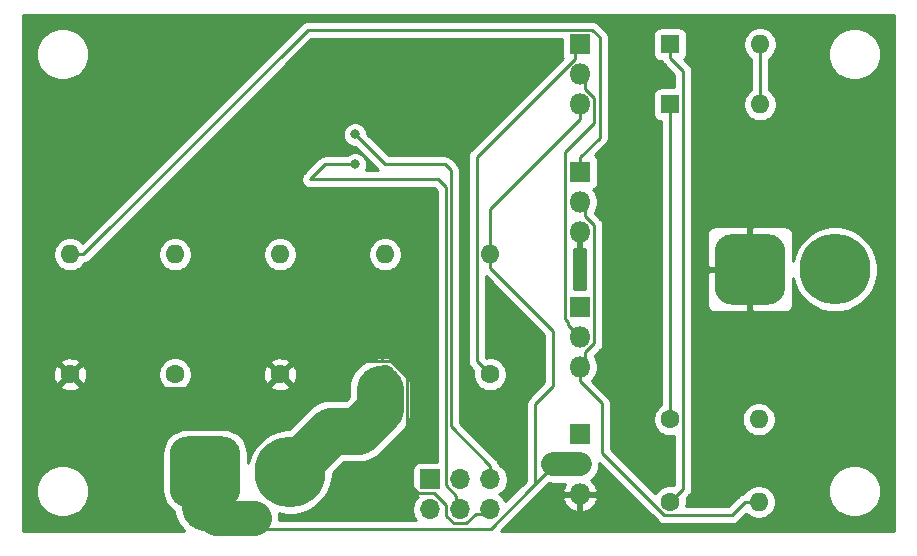
<source format=gbl>
G04 #@! TF.GenerationSoftware,KiCad,Pcbnew,(5.1.10)-1*
G04 #@! TF.CreationDate,2022-12-18T22:04:33+09:00*
G04 #@! TF.ProjectId,MD,4d442e6b-6963-4616-945f-706362585858,rev?*
G04 #@! TF.SameCoordinates,PX2faf080PY2625a00*
G04 #@! TF.FileFunction,Copper,L2,Bot*
G04 #@! TF.FilePolarity,Positive*
%FSLAX46Y46*%
G04 Gerber Fmt 4.6, Leading zero omitted, Abs format (unit mm)*
G04 Created by KiCad (PCBNEW (5.1.10)-1) date 2022-12-18 22:04:33*
%MOMM*%
%LPD*%
G01*
G04 APERTURE LIST*
G04 #@! TA.AperFunction,ComponentPad*
%ADD10C,1.600000*%
G04 #@! TD*
G04 #@! TA.AperFunction,ComponentPad*
%ADD11O,1.600000X1.600000*%
G04 #@! TD*
G04 #@! TA.AperFunction,ComponentPad*
%ADD12R,1.600000X1.600000*%
G04 #@! TD*
G04 #@! TA.AperFunction,ComponentPad*
%ADD13R,1.700000X1.700000*%
G04 #@! TD*
G04 #@! TA.AperFunction,ComponentPad*
%ADD14O,1.700000X1.700000*%
G04 #@! TD*
G04 #@! TA.AperFunction,ComponentPad*
%ADD15R,1.800000X1.800000*%
G04 #@! TD*
G04 #@! TA.AperFunction,ComponentPad*
%ADD16O,1.800000X1.800000*%
G04 #@! TD*
G04 #@! TA.AperFunction,ComponentPad*
%ADD17C,6.000000*%
G04 #@! TD*
G04 #@! TA.AperFunction,ViaPad*
%ADD18C,0.800000*%
G04 #@! TD*
G04 #@! TA.AperFunction,Conductor*
%ADD19C,0.250000*%
G04 #@! TD*
G04 #@! TA.AperFunction,Conductor*
%ADD20C,4.000000*%
G04 #@! TD*
G04 #@! TA.AperFunction,Conductor*
%ADD21C,3.000000*%
G04 #@! TD*
G04 #@! TA.AperFunction,Conductor*
%ADD22C,2.000000*%
G04 #@! TD*
G04 #@! TA.AperFunction,Conductor*
%ADD23C,0.254000*%
G04 #@! TD*
G04 #@! TA.AperFunction,Conductor*
%ADD24C,0.100000*%
G04 #@! TD*
G04 APERTURE END LIST*
D10*
X55410000Y-34930000D03*
D11*
X62910000Y-34930000D03*
X62910000Y-41915000D03*
D10*
X55410000Y-41915000D03*
D12*
X55410000Y-3180000D03*
D11*
X63030000Y-3180000D03*
X63030000Y-8260000D03*
D12*
X55410000Y-8260000D03*
D13*
X35090000Y-40010000D03*
D14*
X35090000Y-42550000D03*
X37630000Y-40010000D03*
X37630000Y-42550000D03*
X40170000Y-40010000D03*
X40170000Y-42550000D03*
D15*
X47790000Y-36200000D03*
D16*
X47790000Y-38740000D03*
X47790000Y-41280000D03*
D15*
X47790000Y-25405000D03*
D16*
X47790000Y-27945000D03*
X47790000Y-30485000D03*
X47790000Y-19055000D03*
X47790000Y-16515000D03*
D15*
X47790000Y-13975000D03*
D16*
X47790000Y-8260000D03*
X47790000Y-5720000D03*
D15*
X47790000Y-3180000D03*
D10*
X4610000Y-31120000D03*
D11*
X4610000Y-20960000D03*
X13500000Y-20960000D03*
D10*
X13500000Y-31120000D03*
X22390000Y-31120000D03*
D11*
X22390000Y-20960000D03*
X31280000Y-20960000D03*
D10*
X31280000Y-31120000D03*
X40170000Y-31120000D03*
D11*
X40170000Y-20960000D03*
D17*
X69380000Y-22230000D03*
G04 #@! TA.AperFunction,ComponentPad*
G36*
G01*
X59180000Y-23730000D02*
X59180000Y-20730000D01*
G75*
G02*
X60680000Y-19230000I1500000J0D01*
G01*
X63680000Y-19230000D01*
G75*
G02*
X65180000Y-20730000I0J-1500000D01*
G01*
X65180000Y-23730000D01*
G75*
G02*
X63680000Y-25230000I-1500000J0D01*
G01*
X60680000Y-25230000D01*
G75*
G02*
X59180000Y-23730000I0J1500000D01*
G01*
G37*
G04 #@! TD.AperFunction*
X23240000Y-39375000D03*
G04 #@! TA.AperFunction,ComponentPad*
G36*
G01*
X13040000Y-40875000D02*
X13040000Y-37875000D01*
G75*
G02*
X14540000Y-36375000I1500000J0D01*
G01*
X17540000Y-36375000D01*
G75*
G02*
X19040000Y-37875000I0J-1500000D01*
G01*
X19040000Y-40875000D01*
G75*
G02*
X17540000Y-42375000I-1500000J0D01*
G01*
X14540000Y-42375000D01*
G75*
G02*
X13040000Y-40875000I0J1500000D01*
G01*
G37*
G04 #@! TD.AperFunction*
D18*
X28740000Y-13340000D03*
X28740000Y-10800000D03*
X71158000Y-13086000D03*
X68872000Y-13086000D03*
X66586000Y-13086000D03*
D19*
X55410000Y-8260000D02*
X55410000Y-9385300D01*
X55410000Y-9385300D02*
X55410000Y-34930000D01*
X40170000Y-20960000D02*
X40170000Y-17105300D01*
X40170000Y-17105300D02*
X47790000Y-9485300D01*
X47790000Y-8260000D02*
X47790000Y-9485300D01*
X45541300Y-38740000D02*
X45541300Y-38867900D01*
X43980000Y-33660000D02*
X43980000Y-40429200D01*
X45541300Y-32098700D02*
X43980000Y-33660000D01*
X45541300Y-27456600D02*
X45541300Y-32098700D01*
X40170000Y-22085300D02*
X45541300Y-27456600D01*
X40170000Y-20960000D02*
X40170000Y-22085300D01*
X43554600Y-40854600D02*
X40222700Y-44186500D01*
X43980000Y-40429200D02*
X43554600Y-40854600D01*
X45541300Y-38867900D02*
X43554600Y-40854600D01*
D20*
X16040000Y-39375000D02*
X16040000Y-42375000D01*
D21*
X16939990Y-43274990D02*
X20183988Y-43274990D01*
X16040000Y-42375000D02*
X16939990Y-43274990D01*
D19*
X40222700Y-44186500D02*
X20851500Y-44186500D01*
D22*
X47790000Y-38740000D02*
X45541300Y-38740000D01*
D19*
X61784700Y-41915000D02*
X60659400Y-43040300D01*
X60659400Y-43040300D02*
X54926900Y-43040300D01*
X54926900Y-43040300D02*
X49652200Y-37765600D01*
X49652200Y-37765600D02*
X49652200Y-33572500D01*
X49652200Y-33572500D02*
X47790000Y-31710300D01*
X62910000Y-41915000D02*
X61784700Y-41915000D01*
X47790000Y-30485000D02*
X47790000Y-31710300D01*
X31280000Y-31335000D02*
X31280000Y-31120000D01*
X48249500Y-17740300D02*
X48249500Y-16974500D01*
X49015300Y-18506100D02*
X48249500Y-17740300D01*
X49015300Y-28494000D02*
X49015300Y-18506100D01*
X48249500Y-16974500D02*
X47790000Y-16515000D01*
X48249600Y-29259700D02*
X49015300Y-28494000D01*
X48249600Y-30025400D02*
X47790000Y-30485000D01*
X48249600Y-29259700D02*
X48249600Y-30025400D01*
D20*
X23240000Y-39375000D02*
X26708000Y-35907000D01*
X26708000Y-35907000D02*
X29033000Y-35907000D01*
X30850790Y-34089210D02*
X30850790Y-32337750D01*
X29033000Y-35907000D02*
X30850790Y-34089210D01*
D19*
X55410000Y-3180000D02*
X55410000Y-4305300D01*
X55410000Y-4305300D02*
X56539500Y-5434800D01*
X56539500Y-5434800D02*
X56539500Y-40785500D01*
X56539500Y-40785500D02*
X55410000Y-41915000D01*
X63030000Y-8260000D02*
X63030000Y-3180000D01*
X36407700Y-40519700D02*
X37262700Y-41374700D01*
X36407700Y-15640300D02*
X36407700Y-40519700D01*
X37262700Y-42182700D02*
X37630000Y-42550000D01*
X37262700Y-41374700D02*
X37262700Y-42182700D01*
X36407700Y-15640300D02*
X36407700Y-15251010D01*
X36407700Y-15251010D02*
X35766690Y-14610000D01*
X35766690Y-14610000D02*
X35090000Y-14610000D01*
X35090000Y-14610000D02*
X33820000Y-14610000D01*
X33820000Y-14610000D02*
X32550000Y-14610000D01*
X32550000Y-14610000D02*
X31280000Y-14610000D01*
X31280000Y-14610000D02*
X26200000Y-14610000D01*
X26200000Y-14610000D02*
X24930000Y-14610000D01*
X24930000Y-14610000D02*
X26200000Y-13340000D01*
X26200000Y-13340000D02*
X28740000Y-13340000D01*
X40170000Y-40010000D02*
X40170000Y-38834700D01*
X36858100Y-15065000D02*
X36858100Y-35522800D01*
X36858100Y-35522800D02*
X40170000Y-38834700D01*
X36858100Y-15065000D02*
X36858100Y-13838100D01*
X36858100Y-13838100D02*
X36360000Y-13340000D01*
X36360000Y-13340000D02*
X31280000Y-13340000D01*
X31280000Y-13340000D02*
X28740000Y-10800000D01*
X22390000Y-31120000D02*
X21261600Y-32248400D01*
X21261600Y-32248400D02*
X5738400Y-32248400D01*
X5738400Y-32248400D02*
X4610000Y-31120000D01*
X38994700Y-42922300D02*
X38180800Y-43736200D01*
X38180800Y-43736200D02*
X37100500Y-43736200D01*
X37100500Y-43736200D02*
X36454600Y-43090300D01*
X36454600Y-43090300D02*
X36454600Y-42190400D01*
X36454600Y-42190400D02*
X35449600Y-41185400D01*
X35449600Y-41185400D02*
X34100400Y-41185400D01*
X34100400Y-41185400D02*
X33175800Y-40260800D01*
X33175800Y-40260800D02*
X33175800Y-31374700D01*
X33175800Y-31374700D02*
X31767900Y-29966800D01*
X31767900Y-29966800D02*
X23543200Y-29966800D01*
X23543200Y-29966800D02*
X22390000Y-31120000D01*
X39797700Y-42922300D02*
X40170000Y-42550000D01*
X38994700Y-42922300D02*
X39797700Y-42922300D01*
X46794400Y-26719700D02*
X46535500Y-26460800D01*
X46535500Y-26460800D02*
X46535500Y-12307400D01*
X46535500Y-12307400D02*
X49015300Y-9827600D01*
X49015300Y-9827600D02*
X49015300Y-7711000D01*
X49015300Y-7711000D02*
X48249600Y-6945300D01*
X48249600Y-6179600D02*
X47790000Y-5720000D01*
X48249600Y-6945300D02*
X48249600Y-6179600D01*
X46794400Y-26949400D02*
X47790000Y-27945000D01*
X46794400Y-26719700D02*
X46794400Y-26949400D01*
X47790000Y-13975000D02*
X47790000Y-12749700D01*
X4610000Y-20960000D02*
X5735300Y-20960000D01*
X5735300Y-20960000D02*
X24740700Y-1954600D01*
X24740700Y-1954600D02*
X48824800Y-1954600D01*
X48824800Y-1954600D02*
X49465700Y-2595500D01*
X49465700Y-2595500D02*
X49465700Y-11074000D01*
X49465700Y-11074000D02*
X47790000Y-12749700D01*
X40170000Y-31120000D02*
X39041100Y-29991100D01*
X39041100Y-29991100D02*
X39041100Y-12694700D01*
X39041100Y-12694700D02*
X47330500Y-4405300D01*
X47330500Y-3639500D02*
X47790000Y-3180000D01*
X47330500Y-4405300D02*
X47330500Y-3639500D01*
D23*
X74340000Y-44340000D02*
X41144001Y-44340000D01*
X43839260Y-41644741D01*
X46298959Y-41644741D01*
X46398766Y-41928620D01*
X46552038Y-42187573D01*
X46752884Y-42411649D01*
X46993586Y-42592236D01*
X47264893Y-42722394D01*
X47425260Y-42771036D01*
X47663000Y-42650378D01*
X47663000Y-41407000D01*
X47917000Y-41407000D01*
X47917000Y-42650378D01*
X48154740Y-42771036D01*
X48315107Y-42722394D01*
X48586414Y-42592236D01*
X48827116Y-42411649D01*
X49027962Y-42187573D01*
X49181234Y-41928620D01*
X49281041Y-41644741D01*
X49160992Y-41407000D01*
X47917000Y-41407000D01*
X47663000Y-41407000D01*
X46419008Y-41407000D01*
X46298959Y-41644741D01*
X43839260Y-41644741D01*
X44118399Y-41365603D01*
X44118403Y-41365598D01*
X44491002Y-40993000D01*
X44520001Y-40969201D01*
X44543803Y-40940199D01*
X45153169Y-40330832D01*
X45220784Y-40351343D01*
X45460978Y-40375000D01*
X46550515Y-40375000D01*
X46398766Y-40631380D01*
X46298959Y-40915259D01*
X46419008Y-41153000D01*
X47663000Y-41153000D01*
X47663000Y-41133000D01*
X47917000Y-41133000D01*
X47917000Y-41153000D01*
X49160992Y-41153000D01*
X49281041Y-40915259D01*
X49181234Y-40631380D01*
X49027962Y-40372427D01*
X48827116Y-40148351D01*
X48735207Y-40079396D01*
X48951714Y-39901714D01*
X49156031Y-39652752D01*
X49307852Y-39368715D01*
X49401343Y-39060516D01*
X49432911Y-38740000D01*
X49419922Y-38608123D01*
X54363101Y-43551303D01*
X54386899Y-43580301D01*
X54502624Y-43675274D01*
X54634653Y-43745846D01*
X54777914Y-43789303D01*
X54889567Y-43800300D01*
X54889576Y-43800300D01*
X54926899Y-43803976D01*
X54964222Y-43800300D01*
X60622078Y-43800300D01*
X60659400Y-43803976D01*
X60696722Y-43800300D01*
X60696733Y-43800300D01*
X60808386Y-43789303D01*
X60951647Y-43745846D01*
X61083676Y-43675274D01*
X61199401Y-43580301D01*
X61223204Y-43551298D01*
X61870053Y-42904449D01*
X61995241Y-43029637D01*
X62230273Y-43186680D01*
X62491426Y-43294853D01*
X62768665Y-43350000D01*
X63051335Y-43350000D01*
X63328574Y-43294853D01*
X63589727Y-43186680D01*
X63824759Y-43029637D01*
X64024637Y-42829759D01*
X64181680Y-42594727D01*
X64289853Y-42333574D01*
X64345000Y-42056335D01*
X64345000Y-41773665D01*
X64289853Y-41496426D01*
X64181680Y-41235273D01*
X64024637Y-41000241D01*
X63824759Y-40800363D01*
X63794092Y-40779872D01*
X68765000Y-40779872D01*
X68765000Y-41220128D01*
X68850890Y-41651925D01*
X69019369Y-42058669D01*
X69263962Y-42424729D01*
X69575271Y-42736038D01*
X69941331Y-42980631D01*
X70348075Y-43149110D01*
X70779872Y-43235000D01*
X71220128Y-43235000D01*
X71651925Y-43149110D01*
X72058669Y-42980631D01*
X72424729Y-42736038D01*
X72736038Y-42424729D01*
X72980631Y-42058669D01*
X73149110Y-41651925D01*
X73235000Y-41220128D01*
X73235000Y-40779872D01*
X73149110Y-40348075D01*
X72980631Y-39941331D01*
X72736038Y-39575271D01*
X72424729Y-39263962D01*
X72058669Y-39019369D01*
X71651925Y-38850890D01*
X71220128Y-38765000D01*
X70779872Y-38765000D01*
X70348075Y-38850890D01*
X69941331Y-39019369D01*
X69575271Y-39263962D01*
X69263962Y-39575271D01*
X69019369Y-39941331D01*
X68850890Y-40348075D01*
X68765000Y-40779872D01*
X63794092Y-40779872D01*
X63589727Y-40643320D01*
X63328574Y-40535147D01*
X63051335Y-40480000D01*
X62768665Y-40480000D01*
X62491426Y-40535147D01*
X62230273Y-40643320D01*
X61995241Y-40800363D01*
X61795363Y-41000241D01*
X61688053Y-41160842D01*
X61635714Y-41165997D01*
X61492453Y-41209454D01*
X61360424Y-41280026D01*
X61244699Y-41374999D01*
X61220901Y-41403997D01*
X60344599Y-42280300D01*
X56800450Y-42280300D01*
X56845000Y-42056335D01*
X56845000Y-41773665D01*
X56808688Y-41591114D01*
X57050503Y-41349299D01*
X57079501Y-41325501D01*
X57174474Y-41209776D01*
X57245046Y-41077747D01*
X57288503Y-40934486D01*
X57299500Y-40822833D01*
X57299500Y-40822824D01*
X57303176Y-40785501D01*
X57299500Y-40748178D01*
X57299500Y-34788665D01*
X61475000Y-34788665D01*
X61475000Y-35071335D01*
X61530147Y-35348574D01*
X61638320Y-35609727D01*
X61795363Y-35844759D01*
X61995241Y-36044637D01*
X62230273Y-36201680D01*
X62491426Y-36309853D01*
X62768665Y-36365000D01*
X63051335Y-36365000D01*
X63328574Y-36309853D01*
X63589727Y-36201680D01*
X63824759Y-36044637D01*
X64024637Y-35844759D01*
X64181680Y-35609727D01*
X64289853Y-35348574D01*
X64345000Y-35071335D01*
X64345000Y-34788665D01*
X64289853Y-34511426D01*
X64181680Y-34250273D01*
X64024637Y-34015241D01*
X63824759Y-33815363D01*
X63589727Y-33658320D01*
X63328574Y-33550147D01*
X63051335Y-33495000D01*
X62768665Y-33495000D01*
X62491426Y-33550147D01*
X62230273Y-33658320D01*
X61995241Y-33815363D01*
X61795363Y-34015241D01*
X61638320Y-34250273D01*
X61530147Y-34511426D01*
X61475000Y-34788665D01*
X57299500Y-34788665D01*
X57299500Y-25230000D01*
X58541928Y-25230000D01*
X58554188Y-25354482D01*
X58590498Y-25474180D01*
X58649463Y-25584494D01*
X58728815Y-25681185D01*
X58825506Y-25760537D01*
X58935820Y-25819502D01*
X59055518Y-25855812D01*
X59180000Y-25868072D01*
X61894250Y-25865000D01*
X62053000Y-25706250D01*
X62053000Y-22357000D01*
X58703750Y-22357000D01*
X58545000Y-22515750D01*
X58541928Y-25230000D01*
X57299500Y-25230000D01*
X57299500Y-19230000D01*
X58541928Y-19230000D01*
X58545000Y-21944250D01*
X58703750Y-22103000D01*
X62053000Y-22103000D01*
X62053000Y-18753750D01*
X62307000Y-18753750D01*
X62307000Y-22103000D01*
X62327000Y-22103000D01*
X62327000Y-22357000D01*
X62307000Y-22357000D01*
X62307000Y-25706250D01*
X62465750Y-25865000D01*
X65180000Y-25868072D01*
X65304482Y-25855812D01*
X65424180Y-25819502D01*
X65534494Y-25760537D01*
X65631185Y-25681185D01*
X65710537Y-25584494D01*
X65769502Y-25474180D01*
X65805812Y-25354482D01*
X65818072Y-25230000D01*
X65815483Y-22942357D01*
X65884691Y-23290290D01*
X66158705Y-23951818D01*
X66556511Y-24547177D01*
X67062823Y-25053489D01*
X67658182Y-25451295D01*
X68319710Y-25725309D01*
X69021984Y-25865000D01*
X69738016Y-25865000D01*
X70440290Y-25725309D01*
X71101818Y-25451295D01*
X71697177Y-25053489D01*
X72203489Y-24547177D01*
X72601295Y-23951818D01*
X72875309Y-23290290D01*
X73015000Y-22588016D01*
X73015000Y-21871984D01*
X72875309Y-21169710D01*
X72601295Y-20508182D01*
X72203489Y-19912823D01*
X71697177Y-19406511D01*
X71101818Y-19008705D01*
X70440290Y-18734691D01*
X69738016Y-18595000D01*
X69021984Y-18595000D01*
X68319710Y-18734691D01*
X67658182Y-19008705D01*
X67062823Y-19406511D01*
X66556511Y-19912823D01*
X66158705Y-20508182D01*
X65884691Y-21169710D01*
X65815483Y-21517643D01*
X65818072Y-19230000D01*
X65805812Y-19105518D01*
X65769502Y-18985820D01*
X65710537Y-18875506D01*
X65631185Y-18778815D01*
X65534494Y-18699463D01*
X65424180Y-18640498D01*
X65304482Y-18604188D01*
X65180000Y-18591928D01*
X62465750Y-18595000D01*
X62307000Y-18753750D01*
X62053000Y-18753750D01*
X61894250Y-18595000D01*
X59180000Y-18591928D01*
X59055518Y-18604188D01*
X58935820Y-18640498D01*
X58825506Y-18699463D01*
X58728815Y-18778815D01*
X58649463Y-18875506D01*
X58590498Y-18985820D01*
X58554188Y-19105518D01*
X58541928Y-19230000D01*
X57299500Y-19230000D01*
X57299500Y-5472122D01*
X57303176Y-5434799D01*
X57299500Y-5397476D01*
X57299500Y-5397467D01*
X57288503Y-5285814D01*
X57245046Y-5142553D01*
X57174474Y-5010524D01*
X57079501Y-4894799D01*
X57050504Y-4871002D01*
X56633449Y-4453947D01*
X56661185Y-4431185D01*
X56740537Y-4334494D01*
X56799502Y-4224180D01*
X56835812Y-4104482D01*
X56848072Y-3980000D01*
X56848072Y-3038665D01*
X61595000Y-3038665D01*
X61595000Y-3321335D01*
X61650147Y-3598574D01*
X61758320Y-3859727D01*
X61915363Y-4094759D01*
X62115241Y-4294637D01*
X62270001Y-4398044D01*
X62270000Y-7041956D01*
X62115241Y-7145363D01*
X61915363Y-7345241D01*
X61758320Y-7580273D01*
X61650147Y-7841426D01*
X61595000Y-8118665D01*
X61595000Y-8401335D01*
X61650147Y-8678574D01*
X61758320Y-8939727D01*
X61915363Y-9174759D01*
X62115241Y-9374637D01*
X62350273Y-9531680D01*
X62611426Y-9639853D01*
X62888665Y-9695000D01*
X63171335Y-9695000D01*
X63448574Y-9639853D01*
X63709727Y-9531680D01*
X63944759Y-9374637D01*
X64144637Y-9174759D01*
X64301680Y-8939727D01*
X64409853Y-8678574D01*
X64465000Y-8401335D01*
X64465000Y-8118665D01*
X64409853Y-7841426D01*
X64301680Y-7580273D01*
X64144637Y-7345241D01*
X63944759Y-7145363D01*
X63790000Y-7041957D01*
X63790000Y-4398043D01*
X63944759Y-4294637D01*
X64144637Y-4094759D01*
X64301680Y-3859727D01*
X64334756Y-3779872D01*
X68765000Y-3779872D01*
X68765000Y-4220128D01*
X68850890Y-4651925D01*
X69019369Y-5058669D01*
X69263962Y-5424729D01*
X69575271Y-5736038D01*
X69941331Y-5980631D01*
X70348075Y-6149110D01*
X70779872Y-6235000D01*
X71220128Y-6235000D01*
X71651925Y-6149110D01*
X72058669Y-5980631D01*
X72424729Y-5736038D01*
X72736038Y-5424729D01*
X72980631Y-5058669D01*
X73149110Y-4651925D01*
X73235000Y-4220128D01*
X73235000Y-3779872D01*
X73149110Y-3348075D01*
X72980631Y-2941331D01*
X72736038Y-2575271D01*
X72424729Y-2263962D01*
X72058669Y-2019369D01*
X71651925Y-1850890D01*
X71220128Y-1765000D01*
X70779872Y-1765000D01*
X70348075Y-1850890D01*
X69941331Y-2019369D01*
X69575271Y-2263962D01*
X69263962Y-2575271D01*
X69019369Y-2941331D01*
X68850890Y-3348075D01*
X68765000Y-3779872D01*
X64334756Y-3779872D01*
X64409853Y-3598574D01*
X64465000Y-3321335D01*
X64465000Y-3038665D01*
X64409853Y-2761426D01*
X64301680Y-2500273D01*
X64144637Y-2265241D01*
X63944759Y-2065363D01*
X63709727Y-1908320D01*
X63448574Y-1800147D01*
X63171335Y-1745000D01*
X62888665Y-1745000D01*
X62611426Y-1800147D01*
X62350273Y-1908320D01*
X62115241Y-2065363D01*
X61915363Y-2265241D01*
X61758320Y-2500273D01*
X61650147Y-2761426D01*
X61595000Y-3038665D01*
X56848072Y-3038665D01*
X56848072Y-2380000D01*
X56835812Y-2255518D01*
X56799502Y-2135820D01*
X56740537Y-2025506D01*
X56661185Y-1928815D01*
X56564494Y-1849463D01*
X56454180Y-1790498D01*
X56334482Y-1754188D01*
X56210000Y-1741928D01*
X54610000Y-1741928D01*
X54485518Y-1754188D01*
X54365820Y-1790498D01*
X54255506Y-1849463D01*
X54158815Y-1928815D01*
X54079463Y-2025506D01*
X54020498Y-2135820D01*
X53984188Y-2255518D01*
X53971928Y-2380000D01*
X53971928Y-3980000D01*
X53984188Y-4104482D01*
X54020498Y-4224180D01*
X54079463Y-4334494D01*
X54158815Y-4431185D01*
X54255506Y-4510537D01*
X54365820Y-4569502D01*
X54485518Y-4605812D01*
X54610000Y-4618072D01*
X54715425Y-4618072D01*
X54775026Y-4729576D01*
X54846201Y-4816302D01*
X54870000Y-4845301D01*
X54898998Y-4869099D01*
X55779500Y-5749602D01*
X55779500Y-6821928D01*
X54610000Y-6821928D01*
X54485518Y-6834188D01*
X54365820Y-6870498D01*
X54255506Y-6929463D01*
X54158815Y-7008815D01*
X54079463Y-7105506D01*
X54020498Y-7215820D01*
X53984188Y-7335518D01*
X53971928Y-7460000D01*
X53971928Y-9060000D01*
X53984188Y-9184482D01*
X54020498Y-9304180D01*
X54079463Y-9414494D01*
X54158815Y-9511185D01*
X54255506Y-9590537D01*
X54365820Y-9649502D01*
X54485518Y-9685812D01*
X54610000Y-9698072D01*
X54650000Y-9698072D01*
X54650001Y-33711956D01*
X54495241Y-33815363D01*
X54295363Y-34015241D01*
X54138320Y-34250273D01*
X54030147Y-34511426D01*
X53975000Y-34788665D01*
X53975000Y-35071335D01*
X54030147Y-35348574D01*
X54138320Y-35609727D01*
X54295363Y-35844759D01*
X54495241Y-36044637D01*
X54730273Y-36201680D01*
X54991426Y-36309853D01*
X55268665Y-36365000D01*
X55551335Y-36365000D01*
X55779501Y-36319614D01*
X55779501Y-40470697D01*
X55733886Y-40516312D01*
X55551335Y-40480000D01*
X55268665Y-40480000D01*
X54991426Y-40535147D01*
X54730273Y-40643320D01*
X54495241Y-40800363D01*
X54295363Y-41000241D01*
X54161694Y-41200292D01*
X50412200Y-37450799D01*
X50412200Y-33609822D01*
X50415876Y-33572499D01*
X50412200Y-33535176D01*
X50412200Y-33535167D01*
X50401203Y-33423514D01*
X50357746Y-33280253D01*
X50287174Y-33148224D01*
X50264010Y-33119999D01*
X50215999Y-33061496D01*
X50215995Y-33061492D01*
X50192201Y-33032499D01*
X50163208Y-33008705D01*
X48800159Y-31645658D01*
X48982312Y-31463505D01*
X49150299Y-31212095D01*
X49266011Y-30932743D01*
X49325000Y-30636184D01*
X49325000Y-30333816D01*
X49266011Y-30037257D01*
X49150299Y-29757905D01*
X49020482Y-29563620D01*
X49526304Y-29057798D01*
X49555301Y-29034001D01*
X49650274Y-28918276D01*
X49720846Y-28786247D01*
X49764303Y-28642986D01*
X49775300Y-28531333D01*
X49775300Y-28531324D01*
X49778976Y-28494001D01*
X49775300Y-28456678D01*
X49775300Y-18543425D01*
X49778976Y-18506100D01*
X49775300Y-18468775D01*
X49775300Y-18468767D01*
X49764303Y-18357114D01*
X49720846Y-18213853D01*
X49650274Y-18081824D01*
X49555301Y-17966099D01*
X49526302Y-17942301D01*
X49020442Y-17436440D01*
X49150299Y-17242095D01*
X49266011Y-16962743D01*
X49325000Y-16666184D01*
X49325000Y-16363816D01*
X49266011Y-16067257D01*
X49150299Y-15787905D01*
X48982312Y-15536495D01*
X48915873Y-15470056D01*
X48934180Y-15464502D01*
X49044494Y-15405537D01*
X49141185Y-15326185D01*
X49220537Y-15229494D01*
X49279502Y-15119180D01*
X49315812Y-14999482D01*
X49328072Y-14875000D01*
X49328072Y-13075000D01*
X49315812Y-12950518D01*
X49279502Y-12830820D01*
X49220537Y-12720506D01*
X49141185Y-12623815D01*
X49058524Y-12555977D01*
X49976703Y-11637799D01*
X50005701Y-11614001D01*
X50100674Y-11498276D01*
X50171246Y-11366247D01*
X50214703Y-11222986D01*
X50225700Y-11111333D01*
X50225700Y-11111325D01*
X50229376Y-11074000D01*
X50225700Y-11036675D01*
X50225700Y-2632822D01*
X50229376Y-2595499D01*
X50225700Y-2558176D01*
X50225700Y-2558167D01*
X50214703Y-2446514D01*
X50171246Y-2303253D01*
X50100674Y-2171224D01*
X50045166Y-2103587D01*
X50029499Y-2084496D01*
X50029495Y-2084492D01*
X50005701Y-2055499D01*
X49976709Y-2031706D01*
X49388603Y-1443602D01*
X49364801Y-1414599D01*
X49249076Y-1319626D01*
X49117047Y-1249054D01*
X48973786Y-1205597D01*
X48862133Y-1194600D01*
X48862122Y-1194600D01*
X48824800Y-1190924D01*
X48787478Y-1194600D01*
X24778022Y-1194600D01*
X24740699Y-1190924D01*
X24703376Y-1194600D01*
X24703367Y-1194600D01*
X24591714Y-1205597D01*
X24448453Y-1249054D01*
X24316424Y-1319626D01*
X24316422Y-1319627D01*
X24316423Y-1319627D01*
X24229696Y-1390801D01*
X24229692Y-1390805D01*
X24200699Y-1414599D01*
X24176905Y-1443592D01*
X5649947Y-19970551D01*
X5524759Y-19845363D01*
X5289727Y-19688320D01*
X5028574Y-19580147D01*
X4751335Y-19525000D01*
X4468665Y-19525000D01*
X4191426Y-19580147D01*
X3930273Y-19688320D01*
X3695241Y-19845363D01*
X3495363Y-20045241D01*
X3338320Y-20280273D01*
X3230147Y-20541426D01*
X3175000Y-20818665D01*
X3175000Y-21101335D01*
X3230147Y-21378574D01*
X3338320Y-21639727D01*
X3495363Y-21874759D01*
X3695241Y-22074637D01*
X3930273Y-22231680D01*
X4191426Y-22339853D01*
X4468665Y-22395000D01*
X4751335Y-22395000D01*
X5028574Y-22339853D01*
X5289727Y-22231680D01*
X5524759Y-22074637D01*
X5724637Y-21874759D01*
X5831947Y-21714158D01*
X5884286Y-21709003D01*
X6027547Y-21665546D01*
X6159576Y-21594974D01*
X6275301Y-21500001D01*
X6299104Y-21470997D01*
X6951436Y-20818665D01*
X12065000Y-20818665D01*
X12065000Y-21101335D01*
X12120147Y-21378574D01*
X12228320Y-21639727D01*
X12385363Y-21874759D01*
X12585241Y-22074637D01*
X12820273Y-22231680D01*
X13081426Y-22339853D01*
X13358665Y-22395000D01*
X13641335Y-22395000D01*
X13918574Y-22339853D01*
X14179727Y-22231680D01*
X14414759Y-22074637D01*
X14614637Y-21874759D01*
X14771680Y-21639727D01*
X14879853Y-21378574D01*
X14935000Y-21101335D01*
X14935000Y-20818665D01*
X20955000Y-20818665D01*
X20955000Y-21101335D01*
X21010147Y-21378574D01*
X21118320Y-21639727D01*
X21275363Y-21874759D01*
X21475241Y-22074637D01*
X21710273Y-22231680D01*
X21971426Y-22339853D01*
X22248665Y-22395000D01*
X22531335Y-22395000D01*
X22808574Y-22339853D01*
X23069727Y-22231680D01*
X23304759Y-22074637D01*
X23504637Y-21874759D01*
X23661680Y-21639727D01*
X23769853Y-21378574D01*
X23825000Y-21101335D01*
X23825000Y-20818665D01*
X29845000Y-20818665D01*
X29845000Y-21101335D01*
X29900147Y-21378574D01*
X30008320Y-21639727D01*
X30165363Y-21874759D01*
X30365241Y-22074637D01*
X30600273Y-22231680D01*
X30861426Y-22339853D01*
X31138665Y-22395000D01*
X31421335Y-22395000D01*
X31698574Y-22339853D01*
X31959727Y-22231680D01*
X32194759Y-22074637D01*
X32394637Y-21874759D01*
X32551680Y-21639727D01*
X32659853Y-21378574D01*
X32715000Y-21101335D01*
X32715000Y-20818665D01*
X32659853Y-20541426D01*
X32551680Y-20280273D01*
X32394637Y-20045241D01*
X32194759Y-19845363D01*
X31959727Y-19688320D01*
X31698574Y-19580147D01*
X31421335Y-19525000D01*
X31138665Y-19525000D01*
X30861426Y-19580147D01*
X30600273Y-19688320D01*
X30365241Y-19845363D01*
X30165363Y-20045241D01*
X30008320Y-20280273D01*
X29900147Y-20541426D01*
X29845000Y-20818665D01*
X23825000Y-20818665D01*
X23769853Y-20541426D01*
X23661680Y-20280273D01*
X23504637Y-20045241D01*
X23304759Y-19845363D01*
X23069727Y-19688320D01*
X22808574Y-19580147D01*
X22531335Y-19525000D01*
X22248665Y-19525000D01*
X21971426Y-19580147D01*
X21710273Y-19688320D01*
X21475241Y-19845363D01*
X21275363Y-20045241D01*
X21118320Y-20280273D01*
X21010147Y-20541426D01*
X20955000Y-20818665D01*
X14935000Y-20818665D01*
X14879853Y-20541426D01*
X14771680Y-20280273D01*
X14614637Y-20045241D01*
X14414759Y-19845363D01*
X14179727Y-19688320D01*
X13918574Y-19580147D01*
X13641335Y-19525000D01*
X13358665Y-19525000D01*
X13081426Y-19580147D01*
X12820273Y-19688320D01*
X12585241Y-19845363D01*
X12385363Y-20045241D01*
X12228320Y-20280273D01*
X12120147Y-20541426D01*
X12065000Y-20818665D01*
X6951436Y-20818665D01*
X25055503Y-2714600D01*
X46251928Y-2714600D01*
X46251928Y-4080000D01*
X46264188Y-4204482D01*
X46300498Y-4324180D01*
X46313149Y-4347849D01*
X38530098Y-12130901D01*
X38501100Y-12154699D01*
X38477302Y-12183697D01*
X38477301Y-12183698D01*
X38406126Y-12270424D01*
X38335554Y-12402454D01*
X38329384Y-12422795D01*
X38292478Y-12544463D01*
X38292098Y-12545715D01*
X38277424Y-12694700D01*
X38281101Y-12732033D01*
X38281100Y-29953778D01*
X38277424Y-29991100D01*
X38281100Y-30028422D01*
X38281100Y-30028432D01*
X38292097Y-30140085D01*
X38308074Y-30192754D01*
X38335554Y-30283346D01*
X38406126Y-30415376D01*
X38426559Y-30440273D01*
X38501099Y-30531101D01*
X38530102Y-30554904D01*
X38771312Y-30796113D01*
X38735000Y-30978665D01*
X38735000Y-31261335D01*
X38790147Y-31538574D01*
X38898320Y-31799727D01*
X39055363Y-32034759D01*
X39255241Y-32234637D01*
X39490273Y-32391680D01*
X39751426Y-32499853D01*
X40028665Y-32555000D01*
X40311335Y-32555000D01*
X40588574Y-32499853D01*
X40849727Y-32391680D01*
X41084759Y-32234637D01*
X41284637Y-32034759D01*
X41441680Y-31799727D01*
X41549853Y-31538574D01*
X41605000Y-31261335D01*
X41605000Y-30978665D01*
X41549853Y-30701426D01*
X41441680Y-30440273D01*
X41284637Y-30205241D01*
X41084759Y-30005363D01*
X40849727Y-29848320D01*
X40588574Y-29740147D01*
X40311335Y-29685000D01*
X40028665Y-29685000D01*
X39846113Y-29721312D01*
X39801100Y-29676299D01*
X39801100Y-22791201D01*
X44781300Y-27771402D01*
X44781301Y-31783897D01*
X43469003Y-33096196D01*
X43439999Y-33119999D01*
X43384871Y-33187174D01*
X43345026Y-33235724D01*
X43274455Y-33367753D01*
X43274454Y-33367754D01*
X43230997Y-33511015D01*
X43220000Y-33622668D01*
X43220000Y-33622678D01*
X43216324Y-33660000D01*
X43220000Y-33697323D01*
X43220001Y-40114398D01*
X43043602Y-40290797D01*
X43043597Y-40290801D01*
X41477384Y-41857014D01*
X41365178Y-41668645D01*
X41170269Y-41452412D01*
X40940594Y-41281100D01*
X41116632Y-41163475D01*
X41323475Y-40956632D01*
X41485990Y-40713411D01*
X41597932Y-40443158D01*
X41655000Y-40156260D01*
X41655000Y-39863740D01*
X41597932Y-39576842D01*
X41485990Y-39306589D01*
X41323475Y-39063368D01*
X41116632Y-38856525D01*
X40923089Y-38727204D01*
X40919003Y-38685714D01*
X40875546Y-38542453D01*
X40809817Y-38419484D01*
X40804974Y-38410423D01*
X40733799Y-38323697D01*
X40710001Y-38294699D01*
X40681003Y-38270901D01*
X37618100Y-35207999D01*
X37618100Y-13875425D01*
X37621776Y-13838100D01*
X37618100Y-13800775D01*
X37618100Y-13800767D01*
X37607103Y-13689114D01*
X37563646Y-13545853D01*
X37493074Y-13413824D01*
X37398101Y-13298099D01*
X37369097Y-13274296D01*
X36923804Y-12829003D01*
X36900001Y-12799999D01*
X36784276Y-12705026D01*
X36652247Y-12634454D01*
X36508986Y-12590997D01*
X36397333Y-12580000D01*
X36397322Y-12580000D01*
X36360000Y-12576324D01*
X36322678Y-12580000D01*
X31594803Y-12580000D01*
X29775000Y-10760199D01*
X29775000Y-10698061D01*
X29735226Y-10498102D01*
X29657205Y-10309744D01*
X29543937Y-10140226D01*
X29399774Y-9996063D01*
X29230256Y-9882795D01*
X29041898Y-9804774D01*
X28841939Y-9765000D01*
X28638061Y-9765000D01*
X28438102Y-9804774D01*
X28249744Y-9882795D01*
X28080226Y-9996063D01*
X27936063Y-10140226D01*
X27822795Y-10309744D01*
X27744774Y-10498102D01*
X27705000Y-10698061D01*
X27705000Y-10901939D01*
X27744774Y-11101898D01*
X27822795Y-11290256D01*
X27936063Y-11459774D01*
X28080226Y-11603937D01*
X28249744Y-11717205D01*
X28438102Y-11795226D01*
X28638061Y-11835000D01*
X28700199Y-11835000D01*
X30715197Y-13850000D01*
X29644013Y-13850000D01*
X29657205Y-13830256D01*
X29735226Y-13641898D01*
X29775000Y-13441939D01*
X29775000Y-13238061D01*
X29735226Y-13038102D01*
X29657205Y-12849744D01*
X29543937Y-12680226D01*
X29399774Y-12536063D01*
X29230256Y-12422795D01*
X29041898Y-12344774D01*
X28841939Y-12305000D01*
X28638061Y-12305000D01*
X28438102Y-12344774D01*
X28249744Y-12422795D01*
X28080226Y-12536063D01*
X28036289Y-12580000D01*
X26237322Y-12580000D01*
X26199999Y-12576324D01*
X26162676Y-12580000D01*
X26162667Y-12580000D01*
X26051014Y-12590997D01*
X25907753Y-12634454D01*
X25775724Y-12705026D01*
X25659999Y-12799999D01*
X25636202Y-12828996D01*
X24419003Y-14046196D01*
X24389999Y-14069999D01*
X24295026Y-14185724D01*
X24224454Y-14317753D01*
X24180997Y-14461014D01*
X24166323Y-14610000D01*
X24180997Y-14758986D01*
X24224454Y-14902247D01*
X24295026Y-15034276D01*
X24389999Y-15150001D01*
X24505724Y-15244974D01*
X24637753Y-15315546D01*
X24781014Y-15359003D01*
X24892667Y-15370000D01*
X24892678Y-15370000D01*
X24930000Y-15373676D01*
X24967322Y-15370000D01*
X35451889Y-15370000D01*
X35647700Y-15565812D01*
X35647700Y-15602968D01*
X35647701Y-38521928D01*
X34240000Y-38521928D01*
X34115518Y-38534188D01*
X33995820Y-38570498D01*
X33885506Y-38629463D01*
X33788815Y-38708815D01*
X33709463Y-38805506D01*
X33650498Y-38915820D01*
X33614188Y-39035518D01*
X33601928Y-39160000D01*
X33601928Y-40860000D01*
X33614188Y-40984482D01*
X33650498Y-41104180D01*
X33709463Y-41214494D01*
X33788815Y-41311185D01*
X33885506Y-41390537D01*
X33995820Y-41449502D01*
X34068380Y-41471513D01*
X33936525Y-41603368D01*
X33774010Y-41846589D01*
X33662068Y-42116842D01*
X33605000Y-42403740D01*
X33605000Y-42696260D01*
X33662068Y-42983158D01*
X33774010Y-43253411D01*
X33889664Y-43426500D01*
X22314396Y-43426500D01*
X22329318Y-43274990D01*
X22291653Y-42892576D01*
X22881984Y-43010000D01*
X23598016Y-43010000D01*
X24300290Y-42870309D01*
X24961818Y-42596295D01*
X25557177Y-42198489D01*
X26063489Y-41692177D01*
X26461295Y-41096818D01*
X26735309Y-40435290D01*
X26875000Y-39733016D01*
X26875000Y-39466452D01*
X27799452Y-38542000D01*
X28903566Y-38542000D01*
X29033000Y-38554748D01*
X29162434Y-38542000D01*
X29162442Y-38542000D01*
X29549550Y-38503873D01*
X30046250Y-38353201D01*
X30504011Y-38108523D01*
X30905241Y-37779241D01*
X30987758Y-37678694D01*
X32622490Y-36043963D01*
X32723031Y-35961451D01*
X33052313Y-35560221D01*
X33296991Y-35102460D01*
X33360302Y-34893750D01*
X33447663Y-34605761D01*
X33471322Y-34365546D01*
X33485790Y-34218652D01*
X33485790Y-34218645D01*
X33498538Y-34089211D01*
X33485790Y-33959777D01*
X33485790Y-32208309D01*
X33447663Y-31821200D01*
X33296991Y-31324500D01*
X33052313Y-30866739D01*
X32723031Y-30465509D01*
X32343115Y-30153719D01*
X32194759Y-30005363D01*
X31959727Y-29848320D01*
X31698574Y-29740147D01*
X31421335Y-29685000D01*
X31138665Y-29685000D01*
X31026514Y-29707308D01*
X30850790Y-29690001D01*
X30334241Y-29740877D01*
X29837541Y-29891549D01*
X29379780Y-30136227D01*
X28978550Y-30465509D01*
X28649267Y-30866739D01*
X28404589Y-31324500D01*
X28253917Y-31821200D01*
X28215790Y-32208308D01*
X28215790Y-32997757D01*
X27941548Y-33272000D01*
X26837434Y-33272000D01*
X26708000Y-33259252D01*
X26578566Y-33272000D01*
X26578558Y-33272000D01*
X26191450Y-33310127D01*
X25694750Y-33460799D01*
X25236989Y-33705477D01*
X24835759Y-34034759D01*
X24753242Y-34135306D01*
X23148548Y-35740000D01*
X22881984Y-35740000D01*
X22179710Y-35879691D01*
X21518182Y-36153705D01*
X20922823Y-36551511D01*
X20416511Y-37057823D01*
X20018705Y-37653182D01*
X19744691Y-38314710D01*
X19678072Y-38649626D01*
X19678072Y-37875000D01*
X19636990Y-37457883D01*
X19515321Y-37056795D01*
X19317742Y-36687151D01*
X19051845Y-36363155D01*
X18727849Y-36097258D01*
X18358205Y-35899679D01*
X17957117Y-35778010D01*
X17540000Y-35736928D01*
X14540000Y-35736928D01*
X14122883Y-35778010D01*
X13721795Y-35899679D01*
X13352151Y-36097258D01*
X13028155Y-36363155D01*
X12762258Y-36687151D01*
X12564679Y-37056795D01*
X12443010Y-37457883D01*
X12401928Y-37875000D01*
X12401928Y-40875000D01*
X12443010Y-41292117D01*
X12564679Y-41693205D01*
X12762258Y-42062849D01*
X13028155Y-42386845D01*
X13352151Y-42652742D01*
X13423355Y-42690801D01*
X13443127Y-42891550D01*
X13593800Y-43388250D01*
X13838478Y-43846011D01*
X14167760Y-44247241D01*
X14280787Y-44340000D01*
X660000Y-44340000D01*
X660000Y-40779872D01*
X1765000Y-40779872D01*
X1765000Y-41220128D01*
X1850890Y-41651925D01*
X2019369Y-42058669D01*
X2263962Y-42424729D01*
X2575271Y-42736038D01*
X2941331Y-42980631D01*
X3348075Y-43149110D01*
X3779872Y-43235000D01*
X4220128Y-43235000D01*
X4651925Y-43149110D01*
X5058669Y-42980631D01*
X5424729Y-42736038D01*
X5736038Y-42424729D01*
X5980631Y-42058669D01*
X6149110Y-41651925D01*
X6235000Y-41220128D01*
X6235000Y-40779872D01*
X6149110Y-40348075D01*
X5980631Y-39941331D01*
X5736038Y-39575271D01*
X5424729Y-39263962D01*
X5058669Y-39019369D01*
X4651925Y-38850890D01*
X4220128Y-38765000D01*
X3779872Y-38765000D01*
X3348075Y-38850890D01*
X2941331Y-39019369D01*
X2575271Y-39263962D01*
X2263962Y-39575271D01*
X2019369Y-39941331D01*
X1850890Y-40348075D01*
X1765000Y-40779872D01*
X660000Y-40779872D01*
X660000Y-32112702D01*
X3796903Y-32112702D01*
X3868486Y-32356671D01*
X4123996Y-32477571D01*
X4398184Y-32546300D01*
X4680512Y-32560217D01*
X4960130Y-32518787D01*
X5226292Y-32423603D01*
X5351514Y-32356671D01*
X5423097Y-32112702D01*
X4610000Y-31299605D01*
X3796903Y-32112702D01*
X660000Y-32112702D01*
X660000Y-31190512D01*
X3169783Y-31190512D01*
X3211213Y-31470130D01*
X3306397Y-31736292D01*
X3373329Y-31861514D01*
X3617298Y-31933097D01*
X4430395Y-31120000D01*
X4789605Y-31120000D01*
X5602702Y-31933097D01*
X5846671Y-31861514D01*
X5967571Y-31606004D01*
X6036300Y-31331816D01*
X6050217Y-31049488D01*
X6039724Y-30978665D01*
X12065000Y-30978665D01*
X12065000Y-31261335D01*
X12120147Y-31538574D01*
X12228320Y-31799727D01*
X12385363Y-32034759D01*
X12585241Y-32234637D01*
X12820273Y-32391680D01*
X13081426Y-32499853D01*
X13358665Y-32555000D01*
X13641335Y-32555000D01*
X13918574Y-32499853D01*
X14179727Y-32391680D01*
X14414759Y-32234637D01*
X14536694Y-32112702D01*
X21576903Y-32112702D01*
X21648486Y-32356671D01*
X21903996Y-32477571D01*
X22178184Y-32546300D01*
X22460512Y-32560217D01*
X22740130Y-32518787D01*
X23006292Y-32423603D01*
X23131514Y-32356671D01*
X23203097Y-32112702D01*
X22390000Y-31299605D01*
X21576903Y-32112702D01*
X14536694Y-32112702D01*
X14614637Y-32034759D01*
X14771680Y-31799727D01*
X14879853Y-31538574D01*
X14935000Y-31261335D01*
X14935000Y-31190512D01*
X20949783Y-31190512D01*
X20991213Y-31470130D01*
X21086397Y-31736292D01*
X21153329Y-31861514D01*
X21397298Y-31933097D01*
X22210395Y-31120000D01*
X22569605Y-31120000D01*
X23382702Y-31933097D01*
X23626671Y-31861514D01*
X23747571Y-31606004D01*
X23816300Y-31331816D01*
X23830217Y-31049488D01*
X23788787Y-30769870D01*
X23693603Y-30503708D01*
X23626671Y-30378486D01*
X23382702Y-30306903D01*
X22569605Y-31120000D01*
X22210395Y-31120000D01*
X21397298Y-30306903D01*
X21153329Y-30378486D01*
X21032429Y-30633996D01*
X20963700Y-30908184D01*
X20949783Y-31190512D01*
X14935000Y-31190512D01*
X14935000Y-30978665D01*
X14879853Y-30701426D01*
X14771680Y-30440273D01*
X14614637Y-30205241D01*
X14536694Y-30127298D01*
X21576903Y-30127298D01*
X22390000Y-30940395D01*
X23203097Y-30127298D01*
X23131514Y-29883329D01*
X22876004Y-29762429D01*
X22601816Y-29693700D01*
X22319488Y-29679783D01*
X22039870Y-29721213D01*
X21773708Y-29816397D01*
X21648486Y-29883329D01*
X21576903Y-30127298D01*
X14536694Y-30127298D01*
X14414759Y-30005363D01*
X14179727Y-29848320D01*
X13918574Y-29740147D01*
X13641335Y-29685000D01*
X13358665Y-29685000D01*
X13081426Y-29740147D01*
X12820273Y-29848320D01*
X12585241Y-30005363D01*
X12385363Y-30205241D01*
X12228320Y-30440273D01*
X12120147Y-30701426D01*
X12065000Y-30978665D01*
X6039724Y-30978665D01*
X6008787Y-30769870D01*
X5913603Y-30503708D01*
X5846671Y-30378486D01*
X5602702Y-30306903D01*
X4789605Y-31120000D01*
X4430395Y-31120000D01*
X3617298Y-30306903D01*
X3373329Y-30378486D01*
X3252429Y-30633996D01*
X3183700Y-30908184D01*
X3169783Y-31190512D01*
X660000Y-31190512D01*
X660000Y-30127298D01*
X3796903Y-30127298D01*
X4610000Y-30940395D01*
X5423097Y-30127298D01*
X5351514Y-29883329D01*
X5096004Y-29762429D01*
X4821816Y-29693700D01*
X4539488Y-29679783D01*
X4259870Y-29721213D01*
X3993708Y-29816397D01*
X3868486Y-29883329D01*
X3796903Y-30127298D01*
X660000Y-30127298D01*
X660000Y-3779872D01*
X1765000Y-3779872D01*
X1765000Y-4220128D01*
X1850890Y-4651925D01*
X2019369Y-5058669D01*
X2263962Y-5424729D01*
X2575271Y-5736038D01*
X2941331Y-5980631D01*
X3348075Y-6149110D01*
X3779872Y-6235000D01*
X4220128Y-6235000D01*
X4651925Y-6149110D01*
X5058669Y-5980631D01*
X5424729Y-5736038D01*
X5736038Y-5424729D01*
X5980631Y-5058669D01*
X6149110Y-4651925D01*
X6235000Y-4220128D01*
X6235000Y-3779872D01*
X6149110Y-3348075D01*
X5980631Y-2941331D01*
X5736038Y-2575271D01*
X5424729Y-2263962D01*
X5058669Y-2019369D01*
X4651925Y-1850890D01*
X4220128Y-1765000D01*
X3779872Y-1765000D01*
X3348075Y-1850890D01*
X2941331Y-2019369D01*
X2575271Y-2263962D01*
X2263962Y-2575271D01*
X2019369Y-2941331D01*
X1850890Y-3348075D01*
X1765000Y-3779872D01*
X660000Y-3779872D01*
X660000Y-660000D01*
X74340001Y-660000D01*
X74340000Y-44340000D01*
G04 #@! TA.AperFunction,Conductor*
D24*
G36*
X74340000Y-44340000D02*
G01*
X41144001Y-44340000D01*
X43839260Y-41644741D01*
X46298959Y-41644741D01*
X46398766Y-41928620D01*
X46552038Y-42187573D01*
X46752884Y-42411649D01*
X46993586Y-42592236D01*
X47264893Y-42722394D01*
X47425260Y-42771036D01*
X47663000Y-42650378D01*
X47663000Y-41407000D01*
X47917000Y-41407000D01*
X47917000Y-42650378D01*
X48154740Y-42771036D01*
X48315107Y-42722394D01*
X48586414Y-42592236D01*
X48827116Y-42411649D01*
X49027962Y-42187573D01*
X49181234Y-41928620D01*
X49281041Y-41644741D01*
X49160992Y-41407000D01*
X47917000Y-41407000D01*
X47663000Y-41407000D01*
X46419008Y-41407000D01*
X46298959Y-41644741D01*
X43839260Y-41644741D01*
X44118399Y-41365603D01*
X44118403Y-41365598D01*
X44491002Y-40993000D01*
X44520001Y-40969201D01*
X44543803Y-40940199D01*
X45153169Y-40330832D01*
X45220784Y-40351343D01*
X45460978Y-40375000D01*
X46550515Y-40375000D01*
X46398766Y-40631380D01*
X46298959Y-40915259D01*
X46419008Y-41153000D01*
X47663000Y-41153000D01*
X47663000Y-41133000D01*
X47917000Y-41133000D01*
X47917000Y-41153000D01*
X49160992Y-41153000D01*
X49281041Y-40915259D01*
X49181234Y-40631380D01*
X49027962Y-40372427D01*
X48827116Y-40148351D01*
X48735207Y-40079396D01*
X48951714Y-39901714D01*
X49156031Y-39652752D01*
X49307852Y-39368715D01*
X49401343Y-39060516D01*
X49432911Y-38740000D01*
X49419922Y-38608123D01*
X54363101Y-43551303D01*
X54386899Y-43580301D01*
X54502624Y-43675274D01*
X54634653Y-43745846D01*
X54777914Y-43789303D01*
X54889567Y-43800300D01*
X54889576Y-43800300D01*
X54926899Y-43803976D01*
X54964222Y-43800300D01*
X60622078Y-43800300D01*
X60659400Y-43803976D01*
X60696722Y-43800300D01*
X60696733Y-43800300D01*
X60808386Y-43789303D01*
X60951647Y-43745846D01*
X61083676Y-43675274D01*
X61199401Y-43580301D01*
X61223204Y-43551298D01*
X61870053Y-42904449D01*
X61995241Y-43029637D01*
X62230273Y-43186680D01*
X62491426Y-43294853D01*
X62768665Y-43350000D01*
X63051335Y-43350000D01*
X63328574Y-43294853D01*
X63589727Y-43186680D01*
X63824759Y-43029637D01*
X64024637Y-42829759D01*
X64181680Y-42594727D01*
X64289853Y-42333574D01*
X64345000Y-42056335D01*
X64345000Y-41773665D01*
X64289853Y-41496426D01*
X64181680Y-41235273D01*
X64024637Y-41000241D01*
X63824759Y-40800363D01*
X63794092Y-40779872D01*
X68765000Y-40779872D01*
X68765000Y-41220128D01*
X68850890Y-41651925D01*
X69019369Y-42058669D01*
X69263962Y-42424729D01*
X69575271Y-42736038D01*
X69941331Y-42980631D01*
X70348075Y-43149110D01*
X70779872Y-43235000D01*
X71220128Y-43235000D01*
X71651925Y-43149110D01*
X72058669Y-42980631D01*
X72424729Y-42736038D01*
X72736038Y-42424729D01*
X72980631Y-42058669D01*
X73149110Y-41651925D01*
X73235000Y-41220128D01*
X73235000Y-40779872D01*
X73149110Y-40348075D01*
X72980631Y-39941331D01*
X72736038Y-39575271D01*
X72424729Y-39263962D01*
X72058669Y-39019369D01*
X71651925Y-38850890D01*
X71220128Y-38765000D01*
X70779872Y-38765000D01*
X70348075Y-38850890D01*
X69941331Y-39019369D01*
X69575271Y-39263962D01*
X69263962Y-39575271D01*
X69019369Y-39941331D01*
X68850890Y-40348075D01*
X68765000Y-40779872D01*
X63794092Y-40779872D01*
X63589727Y-40643320D01*
X63328574Y-40535147D01*
X63051335Y-40480000D01*
X62768665Y-40480000D01*
X62491426Y-40535147D01*
X62230273Y-40643320D01*
X61995241Y-40800363D01*
X61795363Y-41000241D01*
X61688053Y-41160842D01*
X61635714Y-41165997D01*
X61492453Y-41209454D01*
X61360424Y-41280026D01*
X61244699Y-41374999D01*
X61220901Y-41403997D01*
X60344599Y-42280300D01*
X56800450Y-42280300D01*
X56845000Y-42056335D01*
X56845000Y-41773665D01*
X56808688Y-41591114D01*
X57050503Y-41349299D01*
X57079501Y-41325501D01*
X57174474Y-41209776D01*
X57245046Y-41077747D01*
X57288503Y-40934486D01*
X57299500Y-40822833D01*
X57299500Y-40822824D01*
X57303176Y-40785501D01*
X57299500Y-40748178D01*
X57299500Y-34788665D01*
X61475000Y-34788665D01*
X61475000Y-35071335D01*
X61530147Y-35348574D01*
X61638320Y-35609727D01*
X61795363Y-35844759D01*
X61995241Y-36044637D01*
X62230273Y-36201680D01*
X62491426Y-36309853D01*
X62768665Y-36365000D01*
X63051335Y-36365000D01*
X63328574Y-36309853D01*
X63589727Y-36201680D01*
X63824759Y-36044637D01*
X64024637Y-35844759D01*
X64181680Y-35609727D01*
X64289853Y-35348574D01*
X64345000Y-35071335D01*
X64345000Y-34788665D01*
X64289853Y-34511426D01*
X64181680Y-34250273D01*
X64024637Y-34015241D01*
X63824759Y-33815363D01*
X63589727Y-33658320D01*
X63328574Y-33550147D01*
X63051335Y-33495000D01*
X62768665Y-33495000D01*
X62491426Y-33550147D01*
X62230273Y-33658320D01*
X61995241Y-33815363D01*
X61795363Y-34015241D01*
X61638320Y-34250273D01*
X61530147Y-34511426D01*
X61475000Y-34788665D01*
X57299500Y-34788665D01*
X57299500Y-25230000D01*
X58541928Y-25230000D01*
X58554188Y-25354482D01*
X58590498Y-25474180D01*
X58649463Y-25584494D01*
X58728815Y-25681185D01*
X58825506Y-25760537D01*
X58935820Y-25819502D01*
X59055518Y-25855812D01*
X59180000Y-25868072D01*
X61894250Y-25865000D01*
X62053000Y-25706250D01*
X62053000Y-22357000D01*
X58703750Y-22357000D01*
X58545000Y-22515750D01*
X58541928Y-25230000D01*
X57299500Y-25230000D01*
X57299500Y-19230000D01*
X58541928Y-19230000D01*
X58545000Y-21944250D01*
X58703750Y-22103000D01*
X62053000Y-22103000D01*
X62053000Y-18753750D01*
X62307000Y-18753750D01*
X62307000Y-22103000D01*
X62327000Y-22103000D01*
X62327000Y-22357000D01*
X62307000Y-22357000D01*
X62307000Y-25706250D01*
X62465750Y-25865000D01*
X65180000Y-25868072D01*
X65304482Y-25855812D01*
X65424180Y-25819502D01*
X65534494Y-25760537D01*
X65631185Y-25681185D01*
X65710537Y-25584494D01*
X65769502Y-25474180D01*
X65805812Y-25354482D01*
X65818072Y-25230000D01*
X65815483Y-22942357D01*
X65884691Y-23290290D01*
X66158705Y-23951818D01*
X66556511Y-24547177D01*
X67062823Y-25053489D01*
X67658182Y-25451295D01*
X68319710Y-25725309D01*
X69021984Y-25865000D01*
X69738016Y-25865000D01*
X70440290Y-25725309D01*
X71101818Y-25451295D01*
X71697177Y-25053489D01*
X72203489Y-24547177D01*
X72601295Y-23951818D01*
X72875309Y-23290290D01*
X73015000Y-22588016D01*
X73015000Y-21871984D01*
X72875309Y-21169710D01*
X72601295Y-20508182D01*
X72203489Y-19912823D01*
X71697177Y-19406511D01*
X71101818Y-19008705D01*
X70440290Y-18734691D01*
X69738016Y-18595000D01*
X69021984Y-18595000D01*
X68319710Y-18734691D01*
X67658182Y-19008705D01*
X67062823Y-19406511D01*
X66556511Y-19912823D01*
X66158705Y-20508182D01*
X65884691Y-21169710D01*
X65815483Y-21517643D01*
X65818072Y-19230000D01*
X65805812Y-19105518D01*
X65769502Y-18985820D01*
X65710537Y-18875506D01*
X65631185Y-18778815D01*
X65534494Y-18699463D01*
X65424180Y-18640498D01*
X65304482Y-18604188D01*
X65180000Y-18591928D01*
X62465750Y-18595000D01*
X62307000Y-18753750D01*
X62053000Y-18753750D01*
X61894250Y-18595000D01*
X59180000Y-18591928D01*
X59055518Y-18604188D01*
X58935820Y-18640498D01*
X58825506Y-18699463D01*
X58728815Y-18778815D01*
X58649463Y-18875506D01*
X58590498Y-18985820D01*
X58554188Y-19105518D01*
X58541928Y-19230000D01*
X57299500Y-19230000D01*
X57299500Y-5472122D01*
X57303176Y-5434799D01*
X57299500Y-5397476D01*
X57299500Y-5397467D01*
X57288503Y-5285814D01*
X57245046Y-5142553D01*
X57174474Y-5010524D01*
X57079501Y-4894799D01*
X57050504Y-4871002D01*
X56633449Y-4453947D01*
X56661185Y-4431185D01*
X56740537Y-4334494D01*
X56799502Y-4224180D01*
X56835812Y-4104482D01*
X56848072Y-3980000D01*
X56848072Y-3038665D01*
X61595000Y-3038665D01*
X61595000Y-3321335D01*
X61650147Y-3598574D01*
X61758320Y-3859727D01*
X61915363Y-4094759D01*
X62115241Y-4294637D01*
X62270001Y-4398044D01*
X62270000Y-7041956D01*
X62115241Y-7145363D01*
X61915363Y-7345241D01*
X61758320Y-7580273D01*
X61650147Y-7841426D01*
X61595000Y-8118665D01*
X61595000Y-8401335D01*
X61650147Y-8678574D01*
X61758320Y-8939727D01*
X61915363Y-9174759D01*
X62115241Y-9374637D01*
X62350273Y-9531680D01*
X62611426Y-9639853D01*
X62888665Y-9695000D01*
X63171335Y-9695000D01*
X63448574Y-9639853D01*
X63709727Y-9531680D01*
X63944759Y-9374637D01*
X64144637Y-9174759D01*
X64301680Y-8939727D01*
X64409853Y-8678574D01*
X64465000Y-8401335D01*
X64465000Y-8118665D01*
X64409853Y-7841426D01*
X64301680Y-7580273D01*
X64144637Y-7345241D01*
X63944759Y-7145363D01*
X63790000Y-7041957D01*
X63790000Y-4398043D01*
X63944759Y-4294637D01*
X64144637Y-4094759D01*
X64301680Y-3859727D01*
X64334756Y-3779872D01*
X68765000Y-3779872D01*
X68765000Y-4220128D01*
X68850890Y-4651925D01*
X69019369Y-5058669D01*
X69263962Y-5424729D01*
X69575271Y-5736038D01*
X69941331Y-5980631D01*
X70348075Y-6149110D01*
X70779872Y-6235000D01*
X71220128Y-6235000D01*
X71651925Y-6149110D01*
X72058669Y-5980631D01*
X72424729Y-5736038D01*
X72736038Y-5424729D01*
X72980631Y-5058669D01*
X73149110Y-4651925D01*
X73235000Y-4220128D01*
X73235000Y-3779872D01*
X73149110Y-3348075D01*
X72980631Y-2941331D01*
X72736038Y-2575271D01*
X72424729Y-2263962D01*
X72058669Y-2019369D01*
X71651925Y-1850890D01*
X71220128Y-1765000D01*
X70779872Y-1765000D01*
X70348075Y-1850890D01*
X69941331Y-2019369D01*
X69575271Y-2263962D01*
X69263962Y-2575271D01*
X69019369Y-2941331D01*
X68850890Y-3348075D01*
X68765000Y-3779872D01*
X64334756Y-3779872D01*
X64409853Y-3598574D01*
X64465000Y-3321335D01*
X64465000Y-3038665D01*
X64409853Y-2761426D01*
X64301680Y-2500273D01*
X64144637Y-2265241D01*
X63944759Y-2065363D01*
X63709727Y-1908320D01*
X63448574Y-1800147D01*
X63171335Y-1745000D01*
X62888665Y-1745000D01*
X62611426Y-1800147D01*
X62350273Y-1908320D01*
X62115241Y-2065363D01*
X61915363Y-2265241D01*
X61758320Y-2500273D01*
X61650147Y-2761426D01*
X61595000Y-3038665D01*
X56848072Y-3038665D01*
X56848072Y-2380000D01*
X56835812Y-2255518D01*
X56799502Y-2135820D01*
X56740537Y-2025506D01*
X56661185Y-1928815D01*
X56564494Y-1849463D01*
X56454180Y-1790498D01*
X56334482Y-1754188D01*
X56210000Y-1741928D01*
X54610000Y-1741928D01*
X54485518Y-1754188D01*
X54365820Y-1790498D01*
X54255506Y-1849463D01*
X54158815Y-1928815D01*
X54079463Y-2025506D01*
X54020498Y-2135820D01*
X53984188Y-2255518D01*
X53971928Y-2380000D01*
X53971928Y-3980000D01*
X53984188Y-4104482D01*
X54020498Y-4224180D01*
X54079463Y-4334494D01*
X54158815Y-4431185D01*
X54255506Y-4510537D01*
X54365820Y-4569502D01*
X54485518Y-4605812D01*
X54610000Y-4618072D01*
X54715425Y-4618072D01*
X54775026Y-4729576D01*
X54846201Y-4816302D01*
X54870000Y-4845301D01*
X54898998Y-4869099D01*
X55779500Y-5749602D01*
X55779500Y-6821928D01*
X54610000Y-6821928D01*
X54485518Y-6834188D01*
X54365820Y-6870498D01*
X54255506Y-6929463D01*
X54158815Y-7008815D01*
X54079463Y-7105506D01*
X54020498Y-7215820D01*
X53984188Y-7335518D01*
X53971928Y-7460000D01*
X53971928Y-9060000D01*
X53984188Y-9184482D01*
X54020498Y-9304180D01*
X54079463Y-9414494D01*
X54158815Y-9511185D01*
X54255506Y-9590537D01*
X54365820Y-9649502D01*
X54485518Y-9685812D01*
X54610000Y-9698072D01*
X54650000Y-9698072D01*
X54650001Y-33711956D01*
X54495241Y-33815363D01*
X54295363Y-34015241D01*
X54138320Y-34250273D01*
X54030147Y-34511426D01*
X53975000Y-34788665D01*
X53975000Y-35071335D01*
X54030147Y-35348574D01*
X54138320Y-35609727D01*
X54295363Y-35844759D01*
X54495241Y-36044637D01*
X54730273Y-36201680D01*
X54991426Y-36309853D01*
X55268665Y-36365000D01*
X55551335Y-36365000D01*
X55779501Y-36319614D01*
X55779501Y-40470697D01*
X55733886Y-40516312D01*
X55551335Y-40480000D01*
X55268665Y-40480000D01*
X54991426Y-40535147D01*
X54730273Y-40643320D01*
X54495241Y-40800363D01*
X54295363Y-41000241D01*
X54161694Y-41200292D01*
X50412200Y-37450799D01*
X50412200Y-33609822D01*
X50415876Y-33572499D01*
X50412200Y-33535176D01*
X50412200Y-33535167D01*
X50401203Y-33423514D01*
X50357746Y-33280253D01*
X50287174Y-33148224D01*
X50264010Y-33119999D01*
X50215999Y-33061496D01*
X50215995Y-33061492D01*
X50192201Y-33032499D01*
X50163208Y-33008705D01*
X48800159Y-31645658D01*
X48982312Y-31463505D01*
X49150299Y-31212095D01*
X49266011Y-30932743D01*
X49325000Y-30636184D01*
X49325000Y-30333816D01*
X49266011Y-30037257D01*
X49150299Y-29757905D01*
X49020482Y-29563620D01*
X49526304Y-29057798D01*
X49555301Y-29034001D01*
X49650274Y-28918276D01*
X49720846Y-28786247D01*
X49764303Y-28642986D01*
X49775300Y-28531333D01*
X49775300Y-28531324D01*
X49778976Y-28494001D01*
X49775300Y-28456678D01*
X49775300Y-18543425D01*
X49778976Y-18506100D01*
X49775300Y-18468775D01*
X49775300Y-18468767D01*
X49764303Y-18357114D01*
X49720846Y-18213853D01*
X49650274Y-18081824D01*
X49555301Y-17966099D01*
X49526302Y-17942301D01*
X49020442Y-17436440D01*
X49150299Y-17242095D01*
X49266011Y-16962743D01*
X49325000Y-16666184D01*
X49325000Y-16363816D01*
X49266011Y-16067257D01*
X49150299Y-15787905D01*
X48982312Y-15536495D01*
X48915873Y-15470056D01*
X48934180Y-15464502D01*
X49044494Y-15405537D01*
X49141185Y-15326185D01*
X49220537Y-15229494D01*
X49279502Y-15119180D01*
X49315812Y-14999482D01*
X49328072Y-14875000D01*
X49328072Y-13075000D01*
X49315812Y-12950518D01*
X49279502Y-12830820D01*
X49220537Y-12720506D01*
X49141185Y-12623815D01*
X49058524Y-12555977D01*
X49976703Y-11637799D01*
X50005701Y-11614001D01*
X50100674Y-11498276D01*
X50171246Y-11366247D01*
X50214703Y-11222986D01*
X50225700Y-11111333D01*
X50225700Y-11111325D01*
X50229376Y-11074000D01*
X50225700Y-11036675D01*
X50225700Y-2632822D01*
X50229376Y-2595499D01*
X50225700Y-2558176D01*
X50225700Y-2558167D01*
X50214703Y-2446514D01*
X50171246Y-2303253D01*
X50100674Y-2171224D01*
X50045166Y-2103587D01*
X50029499Y-2084496D01*
X50029495Y-2084492D01*
X50005701Y-2055499D01*
X49976709Y-2031706D01*
X49388603Y-1443602D01*
X49364801Y-1414599D01*
X49249076Y-1319626D01*
X49117047Y-1249054D01*
X48973786Y-1205597D01*
X48862133Y-1194600D01*
X48862122Y-1194600D01*
X48824800Y-1190924D01*
X48787478Y-1194600D01*
X24778022Y-1194600D01*
X24740699Y-1190924D01*
X24703376Y-1194600D01*
X24703367Y-1194600D01*
X24591714Y-1205597D01*
X24448453Y-1249054D01*
X24316424Y-1319626D01*
X24316422Y-1319627D01*
X24316423Y-1319627D01*
X24229696Y-1390801D01*
X24229692Y-1390805D01*
X24200699Y-1414599D01*
X24176905Y-1443592D01*
X5649947Y-19970551D01*
X5524759Y-19845363D01*
X5289727Y-19688320D01*
X5028574Y-19580147D01*
X4751335Y-19525000D01*
X4468665Y-19525000D01*
X4191426Y-19580147D01*
X3930273Y-19688320D01*
X3695241Y-19845363D01*
X3495363Y-20045241D01*
X3338320Y-20280273D01*
X3230147Y-20541426D01*
X3175000Y-20818665D01*
X3175000Y-21101335D01*
X3230147Y-21378574D01*
X3338320Y-21639727D01*
X3495363Y-21874759D01*
X3695241Y-22074637D01*
X3930273Y-22231680D01*
X4191426Y-22339853D01*
X4468665Y-22395000D01*
X4751335Y-22395000D01*
X5028574Y-22339853D01*
X5289727Y-22231680D01*
X5524759Y-22074637D01*
X5724637Y-21874759D01*
X5831947Y-21714158D01*
X5884286Y-21709003D01*
X6027547Y-21665546D01*
X6159576Y-21594974D01*
X6275301Y-21500001D01*
X6299104Y-21470997D01*
X6951436Y-20818665D01*
X12065000Y-20818665D01*
X12065000Y-21101335D01*
X12120147Y-21378574D01*
X12228320Y-21639727D01*
X12385363Y-21874759D01*
X12585241Y-22074637D01*
X12820273Y-22231680D01*
X13081426Y-22339853D01*
X13358665Y-22395000D01*
X13641335Y-22395000D01*
X13918574Y-22339853D01*
X14179727Y-22231680D01*
X14414759Y-22074637D01*
X14614637Y-21874759D01*
X14771680Y-21639727D01*
X14879853Y-21378574D01*
X14935000Y-21101335D01*
X14935000Y-20818665D01*
X20955000Y-20818665D01*
X20955000Y-21101335D01*
X21010147Y-21378574D01*
X21118320Y-21639727D01*
X21275363Y-21874759D01*
X21475241Y-22074637D01*
X21710273Y-22231680D01*
X21971426Y-22339853D01*
X22248665Y-22395000D01*
X22531335Y-22395000D01*
X22808574Y-22339853D01*
X23069727Y-22231680D01*
X23304759Y-22074637D01*
X23504637Y-21874759D01*
X23661680Y-21639727D01*
X23769853Y-21378574D01*
X23825000Y-21101335D01*
X23825000Y-20818665D01*
X29845000Y-20818665D01*
X29845000Y-21101335D01*
X29900147Y-21378574D01*
X30008320Y-21639727D01*
X30165363Y-21874759D01*
X30365241Y-22074637D01*
X30600273Y-22231680D01*
X30861426Y-22339853D01*
X31138665Y-22395000D01*
X31421335Y-22395000D01*
X31698574Y-22339853D01*
X31959727Y-22231680D01*
X32194759Y-22074637D01*
X32394637Y-21874759D01*
X32551680Y-21639727D01*
X32659853Y-21378574D01*
X32715000Y-21101335D01*
X32715000Y-20818665D01*
X32659853Y-20541426D01*
X32551680Y-20280273D01*
X32394637Y-20045241D01*
X32194759Y-19845363D01*
X31959727Y-19688320D01*
X31698574Y-19580147D01*
X31421335Y-19525000D01*
X31138665Y-19525000D01*
X30861426Y-19580147D01*
X30600273Y-19688320D01*
X30365241Y-19845363D01*
X30165363Y-20045241D01*
X30008320Y-20280273D01*
X29900147Y-20541426D01*
X29845000Y-20818665D01*
X23825000Y-20818665D01*
X23769853Y-20541426D01*
X23661680Y-20280273D01*
X23504637Y-20045241D01*
X23304759Y-19845363D01*
X23069727Y-19688320D01*
X22808574Y-19580147D01*
X22531335Y-19525000D01*
X22248665Y-19525000D01*
X21971426Y-19580147D01*
X21710273Y-19688320D01*
X21475241Y-19845363D01*
X21275363Y-20045241D01*
X21118320Y-20280273D01*
X21010147Y-20541426D01*
X20955000Y-20818665D01*
X14935000Y-20818665D01*
X14879853Y-20541426D01*
X14771680Y-20280273D01*
X14614637Y-20045241D01*
X14414759Y-19845363D01*
X14179727Y-19688320D01*
X13918574Y-19580147D01*
X13641335Y-19525000D01*
X13358665Y-19525000D01*
X13081426Y-19580147D01*
X12820273Y-19688320D01*
X12585241Y-19845363D01*
X12385363Y-20045241D01*
X12228320Y-20280273D01*
X12120147Y-20541426D01*
X12065000Y-20818665D01*
X6951436Y-20818665D01*
X25055503Y-2714600D01*
X46251928Y-2714600D01*
X46251928Y-4080000D01*
X46264188Y-4204482D01*
X46300498Y-4324180D01*
X46313149Y-4347849D01*
X38530098Y-12130901D01*
X38501100Y-12154699D01*
X38477302Y-12183697D01*
X38477301Y-12183698D01*
X38406126Y-12270424D01*
X38335554Y-12402454D01*
X38329384Y-12422795D01*
X38292478Y-12544463D01*
X38292098Y-12545715D01*
X38277424Y-12694700D01*
X38281101Y-12732033D01*
X38281100Y-29953778D01*
X38277424Y-29991100D01*
X38281100Y-30028422D01*
X38281100Y-30028432D01*
X38292097Y-30140085D01*
X38308074Y-30192754D01*
X38335554Y-30283346D01*
X38406126Y-30415376D01*
X38426559Y-30440273D01*
X38501099Y-30531101D01*
X38530102Y-30554904D01*
X38771312Y-30796113D01*
X38735000Y-30978665D01*
X38735000Y-31261335D01*
X38790147Y-31538574D01*
X38898320Y-31799727D01*
X39055363Y-32034759D01*
X39255241Y-32234637D01*
X39490273Y-32391680D01*
X39751426Y-32499853D01*
X40028665Y-32555000D01*
X40311335Y-32555000D01*
X40588574Y-32499853D01*
X40849727Y-32391680D01*
X41084759Y-32234637D01*
X41284637Y-32034759D01*
X41441680Y-31799727D01*
X41549853Y-31538574D01*
X41605000Y-31261335D01*
X41605000Y-30978665D01*
X41549853Y-30701426D01*
X41441680Y-30440273D01*
X41284637Y-30205241D01*
X41084759Y-30005363D01*
X40849727Y-29848320D01*
X40588574Y-29740147D01*
X40311335Y-29685000D01*
X40028665Y-29685000D01*
X39846113Y-29721312D01*
X39801100Y-29676299D01*
X39801100Y-22791201D01*
X44781300Y-27771402D01*
X44781301Y-31783897D01*
X43469003Y-33096196D01*
X43439999Y-33119999D01*
X43384871Y-33187174D01*
X43345026Y-33235724D01*
X43274455Y-33367753D01*
X43274454Y-33367754D01*
X43230997Y-33511015D01*
X43220000Y-33622668D01*
X43220000Y-33622678D01*
X43216324Y-33660000D01*
X43220000Y-33697323D01*
X43220001Y-40114398D01*
X43043602Y-40290797D01*
X43043597Y-40290801D01*
X41477384Y-41857014D01*
X41365178Y-41668645D01*
X41170269Y-41452412D01*
X40940594Y-41281100D01*
X41116632Y-41163475D01*
X41323475Y-40956632D01*
X41485990Y-40713411D01*
X41597932Y-40443158D01*
X41655000Y-40156260D01*
X41655000Y-39863740D01*
X41597932Y-39576842D01*
X41485990Y-39306589D01*
X41323475Y-39063368D01*
X41116632Y-38856525D01*
X40923089Y-38727204D01*
X40919003Y-38685714D01*
X40875546Y-38542453D01*
X40809817Y-38419484D01*
X40804974Y-38410423D01*
X40733799Y-38323697D01*
X40710001Y-38294699D01*
X40681003Y-38270901D01*
X37618100Y-35207999D01*
X37618100Y-13875425D01*
X37621776Y-13838100D01*
X37618100Y-13800775D01*
X37618100Y-13800767D01*
X37607103Y-13689114D01*
X37563646Y-13545853D01*
X37493074Y-13413824D01*
X37398101Y-13298099D01*
X37369097Y-13274296D01*
X36923804Y-12829003D01*
X36900001Y-12799999D01*
X36784276Y-12705026D01*
X36652247Y-12634454D01*
X36508986Y-12590997D01*
X36397333Y-12580000D01*
X36397322Y-12580000D01*
X36360000Y-12576324D01*
X36322678Y-12580000D01*
X31594803Y-12580000D01*
X29775000Y-10760199D01*
X29775000Y-10698061D01*
X29735226Y-10498102D01*
X29657205Y-10309744D01*
X29543937Y-10140226D01*
X29399774Y-9996063D01*
X29230256Y-9882795D01*
X29041898Y-9804774D01*
X28841939Y-9765000D01*
X28638061Y-9765000D01*
X28438102Y-9804774D01*
X28249744Y-9882795D01*
X28080226Y-9996063D01*
X27936063Y-10140226D01*
X27822795Y-10309744D01*
X27744774Y-10498102D01*
X27705000Y-10698061D01*
X27705000Y-10901939D01*
X27744774Y-11101898D01*
X27822795Y-11290256D01*
X27936063Y-11459774D01*
X28080226Y-11603937D01*
X28249744Y-11717205D01*
X28438102Y-11795226D01*
X28638061Y-11835000D01*
X28700199Y-11835000D01*
X30715197Y-13850000D01*
X29644013Y-13850000D01*
X29657205Y-13830256D01*
X29735226Y-13641898D01*
X29775000Y-13441939D01*
X29775000Y-13238061D01*
X29735226Y-13038102D01*
X29657205Y-12849744D01*
X29543937Y-12680226D01*
X29399774Y-12536063D01*
X29230256Y-12422795D01*
X29041898Y-12344774D01*
X28841939Y-12305000D01*
X28638061Y-12305000D01*
X28438102Y-12344774D01*
X28249744Y-12422795D01*
X28080226Y-12536063D01*
X28036289Y-12580000D01*
X26237322Y-12580000D01*
X26199999Y-12576324D01*
X26162676Y-12580000D01*
X26162667Y-12580000D01*
X26051014Y-12590997D01*
X25907753Y-12634454D01*
X25775724Y-12705026D01*
X25659999Y-12799999D01*
X25636202Y-12828996D01*
X24419003Y-14046196D01*
X24389999Y-14069999D01*
X24295026Y-14185724D01*
X24224454Y-14317753D01*
X24180997Y-14461014D01*
X24166323Y-14610000D01*
X24180997Y-14758986D01*
X24224454Y-14902247D01*
X24295026Y-15034276D01*
X24389999Y-15150001D01*
X24505724Y-15244974D01*
X24637753Y-15315546D01*
X24781014Y-15359003D01*
X24892667Y-15370000D01*
X24892678Y-15370000D01*
X24930000Y-15373676D01*
X24967322Y-15370000D01*
X35451889Y-15370000D01*
X35647700Y-15565812D01*
X35647700Y-15602968D01*
X35647701Y-38521928D01*
X34240000Y-38521928D01*
X34115518Y-38534188D01*
X33995820Y-38570498D01*
X33885506Y-38629463D01*
X33788815Y-38708815D01*
X33709463Y-38805506D01*
X33650498Y-38915820D01*
X33614188Y-39035518D01*
X33601928Y-39160000D01*
X33601928Y-40860000D01*
X33614188Y-40984482D01*
X33650498Y-41104180D01*
X33709463Y-41214494D01*
X33788815Y-41311185D01*
X33885506Y-41390537D01*
X33995820Y-41449502D01*
X34068380Y-41471513D01*
X33936525Y-41603368D01*
X33774010Y-41846589D01*
X33662068Y-42116842D01*
X33605000Y-42403740D01*
X33605000Y-42696260D01*
X33662068Y-42983158D01*
X33774010Y-43253411D01*
X33889664Y-43426500D01*
X22314396Y-43426500D01*
X22329318Y-43274990D01*
X22291653Y-42892576D01*
X22881984Y-43010000D01*
X23598016Y-43010000D01*
X24300290Y-42870309D01*
X24961818Y-42596295D01*
X25557177Y-42198489D01*
X26063489Y-41692177D01*
X26461295Y-41096818D01*
X26735309Y-40435290D01*
X26875000Y-39733016D01*
X26875000Y-39466452D01*
X27799452Y-38542000D01*
X28903566Y-38542000D01*
X29033000Y-38554748D01*
X29162434Y-38542000D01*
X29162442Y-38542000D01*
X29549550Y-38503873D01*
X30046250Y-38353201D01*
X30504011Y-38108523D01*
X30905241Y-37779241D01*
X30987758Y-37678694D01*
X32622490Y-36043963D01*
X32723031Y-35961451D01*
X33052313Y-35560221D01*
X33296991Y-35102460D01*
X33360302Y-34893750D01*
X33447663Y-34605761D01*
X33471322Y-34365546D01*
X33485790Y-34218652D01*
X33485790Y-34218645D01*
X33498538Y-34089211D01*
X33485790Y-33959777D01*
X33485790Y-32208309D01*
X33447663Y-31821200D01*
X33296991Y-31324500D01*
X33052313Y-30866739D01*
X32723031Y-30465509D01*
X32343115Y-30153719D01*
X32194759Y-30005363D01*
X31959727Y-29848320D01*
X31698574Y-29740147D01*
X31421335Y-29685000D01*
X31138665Y-29685000D01*
X31026514Y-29707308D01*
X30850790Y-29690001D01*
X30334241Y-29740877D01*
X29837541Y-29891549D01*
X29379780Y-30136227D01*
X28978550Y-30465509D01*
X28649267Y-30866739D01*
X28404589Y-31324500D01*
X28253917Y-31821200D01*
X28215790Y-32208308D01*
X28215790Y-32997757D01*
X27941548Y-33272000D01*
X26837434Y-33272000D01*
X26708000Y-33259252D01*
X26578566Y-33272000D01*
X26578558Y-33272000D01*
X26191450Y-33310127D01*
X25694750Y-33460799D01*
X25236989Y-33705477D01*
X24835759Y-34034759D01*
X24753242Y-34135306D01*
X23148548Y-35740000D01*
X22881984Y-35740000D01*
X22179710Y-35879691D01*
X21518182Y-36153705D01*
X20922823Y-36551511D01*
X20416511Y-37057823D01*
X20018705Y-37653182D01*
X19744691Y-38314710D01*
X19678072Y-38649626D01*
X19678072Y-37875000D01*
X19636990Y-37457883D01*
X19515321Y-37056795D01*
X19317742Y-36687151D01*
X19051845Y-36363155D01*
X18727849Y-36097258D01*
X18358205Y-35899679D01*
X17957117Y-35778010D01*
X17540000Y-35736928D01*
X14540000Y-35736928D01*
X14122883Y-35778010D01*
X13721795Y-35899679D01*
X13352151Y-36097258D01*
X13028155Y-36363155D01*
X12762258Y-36687151D01*
X12564679Y-37056795D01*
X12443010Y-37457883D01*
X12401928Y-37875000D01*
X12401928Y-40875000D01*
X12443010Y-41292117D01*
X12564679Y-41693205D01*
X12762258Y-42062849D01*
X13028155Y-42386845D01*
X13352151Y-42652742D01*
X13423355Y-42690801D01*
X13443127Y-42891550D01*
X13593800Y-43388250D01*
X13838478Y-43846011D01*
X14167760Y-44247241D01*
X14280787Y-44340000D01*
X660000Y-44340000D01*
X660000Y-40779872D01*
X1765000Y-40779872D01*
X1765000Y-41220128D01*
X1850890Y-41651925D01*
X2019369Y-42058669D01*
X2263962Y-42424729D01*
X2575271Y-42736038D01*
X2941331Y-42980631D01*
X3348075Y-43149110D01*
X3779872Y-43235000D01*
X4220128Y-43235000D01*
X4651925Y-43149110D01*
X5058669Y-42980631D01*
X5424729Y-42736038D01*
X5736038Y-42424729D01*
X5980631Y-42058669D01*
X6149110Y-41651925D01*
X6235000Y-41220128D01*
X6235000Y-40779872D01*
X6149110Y-40348075D01*
X5980631Y-39941331D01*
X5736038Y-39575271D01*
X5424729Y-39263962D01*
X5058669Y-39019369D01*
X4651925Y-38850890D01*
X4220128Y-38765000D01*
X3779872Y-38765000D01*
X3348075Y-38850890D01*
X2941331Y-39019369D01*
X2575271Y-39263962D01*
X2263962Y-39575271D01*
X2019369Y-39941331D01*
X1850890Y-40348075D01*
X1765000Y-40779872D01*
X660000Y-40779872D01*
X660000Y-32112702D01*
X3796903Y-32112702D01*
X3868486Y-32356671D01*
X4123996Y-32477571D01*
X4398184Y-32546300D01*
X4680512Y-32560217D01*
X4960130Y-32518787D01*
X5226292Y-32423603D01*
X5351514Y-32356671D01*
X5423097Y-32112702D01*
X4610000Y-31299605D01*
X3796903Y-32112702D01*
X660000Y-32112702D01*
X660000Y-31190512D01*
X3169783Y-31190512D01*
X3211213Y-31470130D01*
X3306397Y-31736292D01*
X3373329Y-31861514D01*
X3617298Y-31933097D01*
X4430395Y-31120000D01*
X4789605Y-31120000D01*
X5602702Y-31933097D01*
X5846671Y-31861514D01*
X5967571Y-31606004D01*
X6036300Y-31331816D01*
X6050217Y-31049488D01*
X6039724Y-30978665D01*
X12065000Y-30978665D01*
X12065000Y-31261335D01*
X12120147Y-31538574D01*
X12228320Y-31799727D01*
X12385363Y-32034759D01*
X12585241Y-32234637D01*
X12820273Y-32391680D01*
X13081426Y-32499853D01*
X13358665Y-32555000D01*
X13641335Y-32555000D01*
X13918574Y-32499853D01*
X14179727Y-32391680D01*
X14414759Y-32234637D01*
X14536694Y-32112702D01*
X21576903Y-32112702D01*
X21648486Y-32356671D01*
X21903996Y-32477571D01*
X22178184Y-32546300D01*
X22460512Y-32560217D01*
X22740130Y-32518787D01*
X23006292Y-32423603D01*
X23131514Y-32356671D01*
X23203097Y-32112702D01*
X22390000Y-31299605D01*
X21576903Y-32112702D01*
X14536694Y-32112702D01*
X14614637Y-32034759D01*
X14771680Y-31799727D01*
X14879853Y-31538574D01*
X14935000Y-31261335D01*
X14935000Y-31190512D01*
X20949783Y-31190512D01*
X20991213Y-31470130D01*
X21086397Y-31736292D01*
X21153329Y-31861514D01*
X21397298Y-31933097D01*
X22210395Y-31120000D01*
X22569605Y-31120000D01*
X23382702Y-31933097D01*
X23626671Y-31861514D01*
X23747571Y-31606004D01*
X23816300Y-31331816D01*
X23830217Y-31049488D01*
X23788787Y-30769870D01*
X23693603Y-30503708D01*
X23626671Y-30378486D01*
X23382702Y-30306903D01*
X22569605Y-31120000D01*
X22210395Y-31120000D01*
X21397298Y-30306903D01*
X21153329Y-30378486D01*
X21032429Y-30633996D01*
X20963700Y-30908184D01*
X20949783Y-31190512D01*
X14935000Y-31190512D01*
X14935000Y-30978665D01*
X14879853Y-30701426D01*
X14771680Y-30440273D01*
X14614637Y-30205241D01*
X14536694Y-30127298D01*
X21576903Y-30127298D01*
X22390000Y-30940395D01*
X23203097Y-30127298D01*
X23131514Y-29883329D01*
X22876004Y-29762429D01*
X22601816Y-29693700D01*
X22319488Y-29679783D01*
X22039870Y-29721213D01*
X21773708Y-29816397D01*
X21648486Y-29883329D01*
X21576903Y-30127298D01*
X14536694Y-30127298D01*
X14414759Y-30005363D01*
X14179727Y-29848320D01*
X13918574Y-29740147D01*
X13641335Y-29685000D01*
X13358665Y-29685000D01*
X13081426Y-29740147D01*
X12820273Y-29848320D01*
X12585241Y-30005363D01*
X12385363Y-30205241D01*
X12228320Y-30440273D01*
X12120147Y-30701426D01*
X12065000Y-30978665D01*
X6039724Y-30978665D01*
X6008787Y-30769870D01*
X5913603Y-30503708D01*
X5846671Y-30378486D01*
X5602702Y-30306903D01*
X4789605Y-31120000D01*
X4430395Y-31120000D01*
X3617298Y-30306903D01*
X3373329Y-30378486D01*
X3252429Y-30633996D01*
X3183700Y-30908184D01*
X3169783Y-31190512D01*
X660000Y-31190512D01*
X660000Y-30127298D01*
X3796903Y-30127298D01*
X4610000Y-30940395D01*
X5423097Y-30127298D01*
X5351514Y-29883329D01*
X5096004Y-29762429D01*
X4821816Y-29693700D01*
X4539488Y-29679783D01*
X4259870Y-29721213D01*
X3993708Y-29816397D01*
X3868486Y-29883329D01*
X3796903Y-30127298D01*
X660000Y-30127298D01*
X660000Y-3779872D01*
X1765000Y-3779872D01*
X1765000Y-4220128D01*
X1850890Y-4651925D01*
X2019369Y-5058669D01*
X2263962Y-5424729D01*
X2575271Y-5736038D01*
X2941331Y-5980631D01*
X3348075Y-6149110D01*
X3779872Y-6235000D01*
X4220128Y-6235000D01*
X4651925Y-6149110D01*
X5058669Y-5980631D01*
X5424729Y-5736038D01*
X5736038Y-5424729D01*
X5980631Y-5058669D01*
X6149110Y-4651925D01*
X6235000Y-4220128D01*
X6235000Y-3779872D01*
X6149110Y-3348075D01*
X5980631Y-2941331D01*
X5736038Y-2575271D01*
X5424729Y-2263962D01*
X5058669Y-2019369D01*
X4651925Y-1850890D01*
X4220128Y-1765000D01*
X3779872Y-1765000D01*
X3348075Y-1850890D01*
X2941331Y-2019369D01*
X2575271Y-2263962D01*
X2263962Y-2575271D01*
X2019369Y-2941331D01*
X1850890Y-3348075D01*
X1765000Y-3779872D01*
X660000Y-3779872D01*
X660000Y-660000D01*
X74340001Y-660000D01*
X74340000Y-44340000D01*
G37*
G04 #@! TD.AperFunction*
D23*
X40297000Y-42423000D02*
X40317000Y-42423000D01*
X40317000Y-42677000D01*
X40297000Y-42677000D01*
X40297000Y-42697000D01*
X40043000Y-42697000D01*
X40043000Y-42677000D01*
X40023000Y-42677000D01*
X40023000Y-42423000D01*
X40043000Y-42423000D01*
X40043000Y-42403000D01*
X40297000Y-42403000D01*
X40297000Y-42423000D01*
G04 #@! TA.AperFunction,Conductor*
D24*
G36*
X40297000Y-42423000D02*
G01*
X40317000Y-42423000D01*
X40317000Y-42677000D01*
X40297000Y-42677000D01*
X40297000Y-42697000D01*
X40043000Y-42697000D01*
X40043000Y-42677000D01*
X40023000Y-42677000D01*
X40023000Y-42423000D01*
X40043000Y-42423000D01*
X40043000Y-42403000D01*
X40297000Y-42403000D01*
X40297000Y-42423000D01*
G37*
G04 #@! TD.AperFunction*
D23*
X47917000Y-18928000D02*
X47937000Y-18928000D01*
X47937000Y-19182000D01*
X47917000Y-19182000D01*
X47917000Y-20425378D01*
X48154740Y-20546036D01*
X48255301Y-20515534D01*
X48255300Y-23866928D01*
X47295500Y-23866928D01*
X47295500Y-20506678D01*
X47425260Y-20546036D01*
X47663000Y-20425378D01*
X47663000Y-19182000D01*
X47643000Y-19182000D01*
X47643000Y-18928000D01*
X47663000Y-18928000D01*
X47663000Y-18908000D01*
X47917000Y-18908000D01*
X47917000Y-18928000D01*
G04 #@! TA.AperFunction,Conductor*
D24*
G36*
X47917000Y-18928000D02*
G01*
X47937000Y-18928000D01*
X47937000Y-19182000D01*
X47917000Y-19182000D01*
X47917000Y-20425378D01*
X48154740Y-20546036D01*
X48255301Y-20515534D01*
X48255300Y-23866928D01*
X47295500Y-23866928D01*
X47295500Y-20506678D01*
X47425260Y-20546036D01*
X47663000Y-20425378D01*
X47663000Y-19182000D01*
X47643000Y-19182000D01*
X47643000Y-18928000D01*
X47663000Y-18928000D01*
X47663000Y-18908000D01*
X47917000Y-18908000D01*
X47917000Y-18928000D01*
G37*
G04 #@! TD.AperFunction*
M02*

</source>
